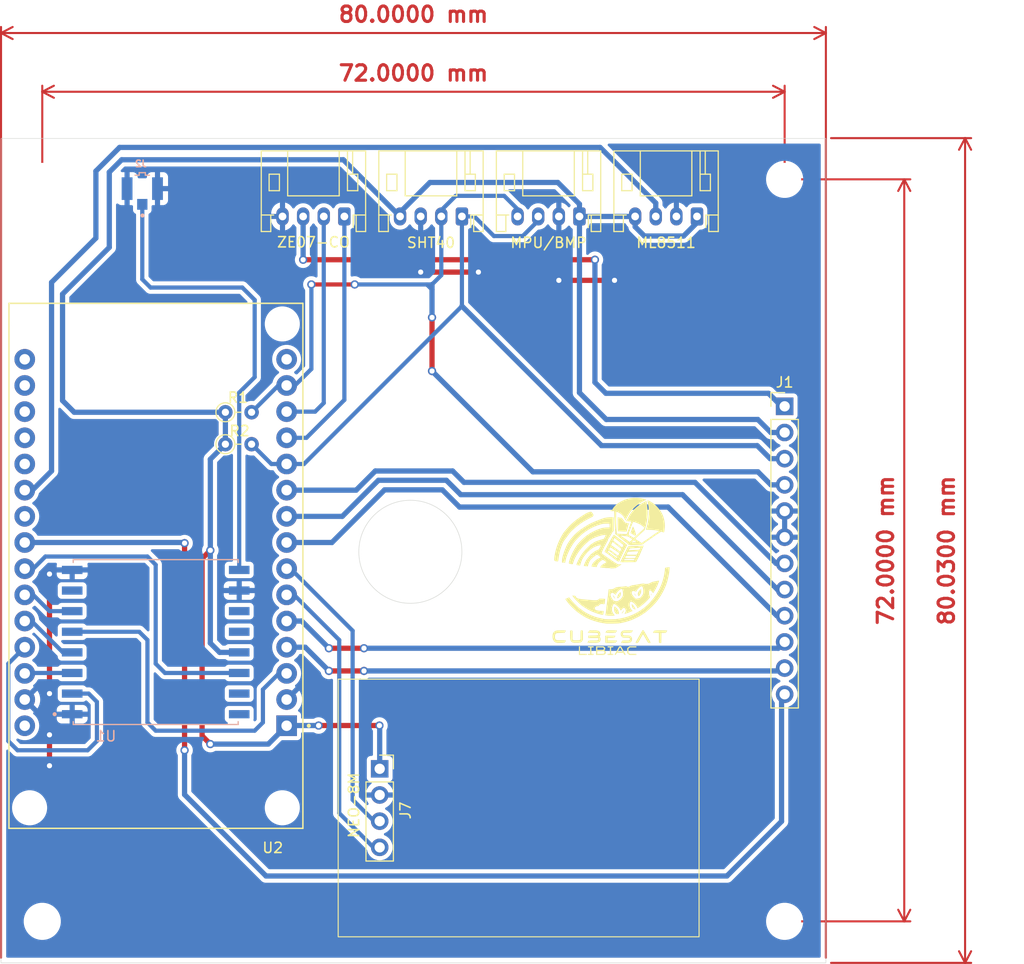
<source format=kicad_pcb>
(kicad_pcb (version 20240108) (generator "pcbnew") (generator_version "8.0")
  (layers (0 "F.Cu" signal) (31 "B.Cu" signal) (34 "B.Paste" user) (35 "F.Paste" user) (36 "B.SilkS" user "B.Silkscreen") (37 "F.SilkS" user "F.Silkscreen") (38 "B.Mask" user) (39 "F.Mask" user) (44 "Edge.Cuts" user))
  (net 0 "")
  (net 1 "RESET")
  (net 2 "SCL")
  (net 3 "SDA")
  (net 4 "RX_GPS")
  (net 5 "TX_GPS")
  (net 6 "MOSI")
  (net 7 "MISO")
  (net 10 "SS")
  (net 11 "Net-(U1-ANT)")
  (net 13 "GND")
  (net 14 "DIO0")
  (net 17 "SCK")
  (net 18 "Motor 5")
  (net 19 "Motor 4")
  (net 20 "5V")
  (net 21 "Motor 1")
  (net 22 "Motor 3")
  (net 23 "3.3V")
  (net 24 "Motor 6")
  (net 25 "Motor 2")
  (net 26 "TX_CO")
  (net 27 "RX_CO")
  (net 28 "UV_OUT")
  (footprint "Connector_PinSocket_2.54mm:PinSocket_1x04_P2.54mm_Vertical" (layer "F.Cu") (at 63.02403 101.218227)
    (property "Reference" "J7" (at 2.5 4.04 90) (layer "F.SilkS"))
    (property "Value" "NEO-8M" (at -2.5 3.54 90) (layer "F.SilkS"))
    (pad "1" thru_hole rect (at 0 0) (size 1.7 1.7) (drill 1) (layers "*.Cu" "*.Mask") (net 23 "3.3V"))
    (pad "2" thru_hole oval (at 0 2.54) (size 1.7 1.7) (drill 1) (layers "*.Cu" "*.Mask") (net 13 "GND"))
    (pad "3" thru_hole oval (at 0 5.08) (size 1.7 1.7) (drill 1) (layers "*.Cu" "*.Mask") (net 4 "RX_GPS"))
    (pad "4" thru_hole oval (at 0 7.62) (size 1.7 1.7) (drill 1) (layers "*.Cu" "*.Mask") (net 5 "TX_GPS"))
  )
  (footprint "MountingHole:MountingHole_3.2mm_M3_ISO14580" (layer "F.Cu") (at 102.29903 116.018227)
    (property "Reference" "H3" (hide yes))
    (property "Value" "M3" (hide yes))
    (pad "" np_thru_hole circle (at 0 0) (size 3.2 3.2) (drill 3.2) (layers "*.Cu" "*.Mask"))
  )
  (footprint "Resistor_THT:R_Axial_DIN0204_L3.6mm_D1.6mm_P2.54mm_Vertical" (layer "F.Cu") (at 48.05903 66.618227)
    (property "Reference" "R1" (at 1.22 -1.42767 0) (layer "F.SilkS"))
    (property "Value" "R" (hide yes))
    (pad "1" thru_hole circle (at 0 0) (size 1.4 1.4) (drill 0.7) (layers "*.Cu" "*.Mask") (net 23 "3.3V"))
    (pad "2" thru_hole oval (at 2.54 0) (size 1.4 1.4) (drill 0.7) (layers "*.Cu" "*.Mask") (net 2 "SCL"))
  )
  (footprint "MountingHole:MountingHole_3.2mm_M3_ISO14580" (layer "F.Cu") (at 30.29903 44.018227)
    (property "Reference" "H1" (hide yes))
    (property "Value" "M1" (hide yes))
    (pad "" np_thru_hole circle (at 0 0) (size 3.2 3.2) (drill 3.2) (layers "*.Cu" "*.Mask"))
  )
  (footprint "Connector_JST:JST_PH_S4B-PH-K_1x04_P2.00mm_Horizontal" (layer "F.Cu") (at 82.39903 47.618227 180)
    (property "Reference" "J8")
    (property "Value" "MPU/BMP" (at 3 -2.55 0) (layer "F.SilkS"))
    (pad "1" thru_hole roundrect (at 0 0 180) (size 1.2 1.75) (drill 0.75) (layers "*.Cu" "*.Mask") (roundrect_rratio 0.208333) (net 23 "3.3V"))
    (pad "2" thru_hole oval (at 2 0 180) (size 1.2 1.75) (drill 0.75) (layers "*.Cu" "*.Mask") (net 13 "GND"))
    (pad "3" thru_hole oval (at 4 0 180) (size 1.2 1.75) (drill 0.75) (layers "*.Cu" "*.Mask") (net 3 "SDA"))
    (pad "4" thru_hole oval (at 6 0 180) (size 1.2 1.75) (drill 0.75) (layers "*.Cu" "*.Mask") (net 2 "SCL"))
  )
  (footprint "Connector_PinHeader_2.54mm:PinHeader_1x12_P2.54mm_Vertical" (layer "F.Cu") (at 102.29903 66.043227)
    (property "Reference" "J1" (at 0 -2.33 0) (layer "F.SilkS"))
    (property "Value" "MBoard")
    (pad "1" thru_hole rect (at 0 0) (size 1.7 1.7) (drill 1) (layers "*.Cu" "*.Mask") (net 20 "5V"))
    (pad "2" thru_hole oval (at 0 2.54) (size 1.7 1.7) (drill 1) (layers "*.Cu" "*.Mask") (net 23 "3.3V"))
    (pad "3" thru_hole oval (at 0 5.08) (size 1.7 1.7) (drill 1) (layers "*.Cu" "*.Mask") (net 3 "SDA"))
    (pad "4" thru_hole oval (at 0 7.62) (size 1.7 1.7) (drill 1) (layers "*.Cu" "*.Mask") (net 2 "SCL"))
    (pad "5" thru_hole oval (at 0 10.16) (size 1.7 1.7) (drill 1) (layers "*.Cu" "*.Mask") (net 13 "GND"))
    (pad "6" thru_hole oval (at 0 12.7) (size 1.7 1.7) (drill 1) (layers "*.Cu" "*.Mask") (net 13 "GND"))
    (pad "7" thru_hole oval (at 0 15.24) (size 1.7 1.7) (drill 1) (layers "*.Cu" "*.Mask") (net 21 "Motor 1"))
    (pad "8" thru_hole oval (at 0 17.78) (size 1.7 1.7) (drill 1) (layers "*.Cu" "*.Mask") (net 25 "Motor 2"))
    (pad "9" thru_hole oval (at 0 20.32) (size 1.7 1.7) (drill 1) (layers "*.Cu" "*.Mask") (net 22 "Motor 3"))
    (pad "10" thru_hole oval (at 0 22.86) (size 1.7 1.7) (drill 1) (layers "*.Cu" "*.Mask") (net 19 "Motor 4"))
    (pad "11" thru_hole oval (at 0 25.4) (size 1.7 1.7) (drill 1) (layers "*.Cu" "*.Mask") (net 18 "Motor 5"))
    (pad "12" thru_hole oval (at 0 27.94) (size 1.7 1.7) (drill 1) (layers "*.Cu" "*.Mask") (net 24 "Motor 6"))
  )
  (footprint "Connector_JST:JST_PH_S4B-PH-K_1x04_P2.00mm_Horizontal" (layer "F.Cu") (at 93.79903 47.618227 180)
    (property "Reference" "J6")
    (property "Value" "ML8511" (at 3 -2.55 0) (layer "F.SilkS"))
    (pad "1" thru_hole roundrect (at 0 0 180) (size 1.2 1.75) (drill 0.75) (layers "*.Cu" "*.Mask") (roundrect_rratio 0.208333) (net 23 "3.3V"))
    (pad "2" thru_hole oval (at 2 0 180) (size 1.2 1.75) (drill 0.75) (layers "*.Cu" "*.Mask") (net 13 "GND"))
    (pad "3" thru_hole oval (at 4 0 180) (size 1.2 1.75) (drill 0.75) (layers "*.Cu" "*.Mask") (net 28 "UV_OUT"))
    (pad "4" thru_hole oval (at 6 0 180) (size 1.2 1.75) (drill 0.75) (layers "*.Cu" "*.Mask") (net 23 "3.3V"))
  )
  (footprint "Connector_JST:JST_PH_S4B-PH-K_1x04_P2.00mm_Horizontal" (layer "F.Cu") (at 59.59903 47.618227 180)
    (property "Reference" "J4")
    (property "Value" "ZE07-CO" (at 3 -2.5 0) (layer "F.SilkS"))
    (pad "1" thru_hole roundrect (at 0 0 180) (size 1.2 1.75) (drill 0.75) (layers "*.Cu" "*.Mask") (roundrect_rratio 0.208333) (net 26 "TX_CO"))
    (pad "2" thru_hole oval (at 2 0 180) (size 1.2 1.75) (drill 0.75) (layers "*.Cu" "*.Mask") (net 27 "RX_CO"))
    (pad "3" thru_hole oval (at 4 0 180) (size 1.2 1.75) (drill 0.75) (layers "*.Cu" "*.Mask") (net 20 "5V"))
    (pad "4" thru_hole oval (at 6 0 180) (size 1.2 1.75) (drill 0.75) (layers "*.Cu" "*.Mask") (net 13 "GND"))
  )
  (footprint "Resistor_THT:R_Axial_DIN0204_L3.6mm_D1.6mm_P2.54mm_Vertical" (layer "F.Cu") (at 48.05903 69.718227)
    (property "Reference" "R2" (at 1.3705 -1.2863 0) (layer "F.SilkS"))
    (property "Value" "R" (hide yes))
    (pad "1" thru_hole circle (at 0 0) (size 1.4 1.4) (drill 0.7) (layers "*.Cu" "*.Mask") (net 23 "3.3V"))
    (pad "2" thru_hole oval (at 2.54 0) (size 1.4 1.4) (drill 0.7) (layers "*.Cu" "*.Mask") (net 3 "SDA"))
  )
  (footprint "Libiac:Libiac" (layer "F.Cu") (at 85.39903 82.918227)
    (property "Reference" "G***" (hide yes))
    (property "Value" "LOGO" (hide yes))
  )
  (footprint "MountingHole:MountingHole_3.2mm_M3_ISO14580" (layer "F.Cu") (at 30.29903 116.018227)
    (property "Reference" "H4" (hide yes))
    (property "Value" "M4" (hide yes))
    (pad "" np_thru_hole circle (at 0 0) (size 3.2 3.2) (drill 3.2) (layers "*.Cu" "*.Mask"))
  )
  (footprint "MountingHole:MountingHole_3.2mm_M3_ISO14580" (layer "F.Cu") (at 102.29903 44.018227)
    (property "Reference" "H2" (hide yes))
    (property "Value" "M2" (hide yes))
    (pad "" np_thru_hole circle (at 0 0) (size 3.2 3.2) (drill 3.2) (layers "*.Cu" "*.Mask"))
  )
  (footprint "Connector_JST:JST_PH_S4B-PH-K_1x04_P2.00mm_Horizontal" (layer "F.Cu") (at 70.99903 47.618227 180)
    (property "Reference" "J5")
    (property "Value" "SHT40" (at 3 -2.55 0) (layer "F.SilkS"))
    (pad "1" thru_hole roundrect (at 0 0 180) (size 1.2 1.75) (drill 0.75) (layers "*.Cu" "*.Mask") (roundrect_rratio 0.208333) (net 3 "SDA"))
    (pad "2" thru_hole oval (at 2 0 180) (size 1.2 1.75) (drill 0.75) (layers "*.Cu" "*.Mask") (net 2 "SCL"))
    (pad "3" thru_hole oval (at 4 0 180) (size 1.2 1.75) (drill 0.75) (layers "*.Cu" "*.Mask") (net 13 "GND"))
    (pad "4" thru_hole oval (at 6 0 180) (size 1.2 1.75) (drill 0.75) (layers "*.Cu" "*.Mask") (net 23 "3.3V"))
  )
  (footprint "Libiac_lib:MODULE_ESP32_DEVKIT_V1" (layer "F.Cu") (at 41.29903 81.523227 180)
    (property "Reference" "U2" (at -11.355 -27.36 0) (layer "F.SilkS"))
    (property "Value" "ESP32-DEVKIT-V1")
    (pad "" np_thru_hole circle (at -12.28 -23.475 180) (size 3 3) (drill 3) (layers "*.Cu" "*.Mask"))
    (pad "" np_thru_hole circle (at -12.28 23.475 180) (size 3 3) (drill 3) (layers "*.Cu" "*.Mask"))
    (pad "" np_thru_hole circle (at 12.23 -23.475 180) (size 3 3) (drill 3) (layers "*.Cu" "*.Mask"))
    (pad "" np_thru_hole circle (at 12.23 23.475 180) (size 3 3) (drill 3) (layers "*.Cu" "*.Mask"))
    (pad "1" thru_hole rect (at -12.7 -15.515 180) (size 2 2) (drill 1.02) (layers "*.Cu" "*.Mask") (net 23 "3.3V"))
    (pad "2" thru_hole circle (at -12.7 -12.975 180) (size 2 2) (drill 1.02) (layers "*.Cu" "*.Mask") (net 13 "GND"))
    (pad "3" thru_hole circle (at -12.7 -10.435 180) (size 2 2) (drill 1.02) (layers "*.Cu" "*.Mask") (net 10 "SS"))
    (pad "4" thru_hole circle (at -12.7 -7.895 180) (size 2 2) (drill 1.02) (layers "*.Cu" "*.Mask") (net 18 "Motor 5"))
    (pad "5" thru_hole circle (at -12.7 -5.355 180) (size 2 2) (drill 1.02) (layers "*.Cu" "*.Mask") (net 19 "Motor 4"))
    (pad "6" thru_hole circle (at -12.7 -2.815 180) (size 2 2) (drill 1.02) (layers "*.Cu" "*.Mask") (net 5 "TX_GPS"))
    (pad "7" thru_hole circle (at -12.7 -0.275 180) (size 2 2) (drill 1.02) (layers "*.Cu" "*.Mask") (net 4 "RX_GPS"))
    (pad "8" thru_hole circle (at -12.7 2.265 180) (size 2 2) (drill 1.02) (layers "*.Cu" "*.Mask") (net 22 "Motor 3"))
    (pad "9" thru_hole circle (at -12.7 4.805 180) (size 2 2) (drill 1.02) (layers "*.Cu" "*.Mask") (net 25 "Motor 2"))
    (pad "10" thru_hole circle (at -12.7 7.345 180) (size 2 2) (drill 1.02) (layers "*.Cu" "*.Mask") (net 21 "Motor 1"))
    (pad "11" thru_hole circle (at -12.7 9.885 180) (size 2 2) (drill 1.02) (layers "*.Cu" "*.Mask") (net 3 "SDA"))
    (pad "12" thru_hole circle (at -12.7 12.425 180) (size 2 2) (drill 1.02) (layers "*.Cu" "*.Mask") (net 26 "TX_CO"))
    (pad "13" thru_hole circle (at -12.7 14.965 180) (size 2 2) (drill 1.02) (layers "*.Cu" "*.Mask") (net 27 "RX_CO"))
    (pad "14" thru_hole circle (at -12.7 17.505 180) (size 2 2) (drill 1.02) (layers "*.Cu" "*.Mask") (net 2 "SCL"))
    (pad "15" thru_hole circle (at -12.7 20.045 180) (size 2 2) (drill 1.02) (layers "*.Cu" "*.Mask"))
    (pad "16" thru_hole circle (at 12.7 20.045 180) (size 2 2) (drill 1.02) (layers "*.Cu" "*.Mask"))
    (pad "17" thru_hole circle (at 12.7 17.505 180) (size 2 2) (drill 1.02) (layers "*.Cu" "*.Mask"))
    (pad "18" thru_hole circle (at 12.7 14.965 180) (size 2 2) (drill 1.02) (layers "*.Cu" "*.Mask"))
    (pad "19" thru_hole circle (at 12.7 12.425 180) (size 2 2) (drill 1.02) (layers "*.Cu" "*.Mask"))
    (pad "20" thru_hole circle (at 12.7 9.885 180) (size 2 2) (drill 1.02) (layers "*.Cu" "*.Mask"))
    (pad "21" thru_hole circle (at 12.7 7.345 180) (size 2 2) (drill 1.02) (layers "*.Cu" "*.Mask") (net 28 "UV_OUT"))
    (pad "22" thru_hole circle (at 12.7 4.805 180) (size 2 2) (drill 1.02) (layers "*.Cu" "*.Mask"))
    (pad "23" thru_hole circle (at 12.7 2.265 180) (size 2 2) (drill 1.02) (layers "*.Cu" "*.Mask") (net 24 "Motor 6"))
    (pad "24" thru_hole circle (at 12.7 -0.275 180) (size 2 2) (drill 1.02) (layers "*.Cu" "*.Mask") (net 14 "DIO0"))
    (pad "25" thru_hole circle (at 12.7 -2.815 180) (size 2 2) (drill 1.02) (layers "*.Cu" "*.Mask") (net 1 "RESET"))
    (pad "26" thru_hole circle (at 12.7 -5.355 180) (size 2 2) (drill 1.02) (layers "*.Cu" "*.Mask") (net 17 "SCK"))
    (pad "27" thru_hole circle (at 12.7 -7.895 180) (size 2 2) (drill 1.02) (layers "*.Cu" "*.Mask") (net 7 "MISO"))
    (pad "28" thru_hole circle (at 12.7 -10.435 180) (size 2 2) (drill 1.02) (layers "*.Cu" "*.Mask") (net 6 "MOSI"))
    (pad "29" thru_hole circle (at 12.7 -12.975 180) (size 2 2) (drill 1.02) (layers "*.Cu" "*.Mask") (net 13 "GND"))
    (pad "30" thru_hole circle (at 12.7 -15.515 180) (size 2 2) (drill 1.02) (layers "*.Cu" "*.Mask"))
    (zone (net 0) (net_name "") (layer "B.Cu") (connect_pads (clearance 0)) (min_thickness 0.01)
      (keepout (tracks not_allowed) (vias not_allowed) (pads not_allowed) (copperpour not_allowed) (footprints allowed))
      (fill (thermal_gap 0.508) (thermal_bridge_width 0.508))
      (polygon (pts (xy 50.20903 62.538227) (xy 32.51903 62.538227) (xy 32.51903 56.048227) (xy 50.20903 56.048227)))
    )
  )
  (footprint "Libiac_lib:MODULE_RFM96W-433S2" (layer "B.Cu") (at 41.29903 88.918227)
    (property "Reference" "U1" (at -4.825 9.135 0) (layer "B.SilkS") (effects (justify mirror)))
    (property "Value" "RFM96W-433S2")
    (pad "1" smd rect (at -8.1 7) (size 2 0.8) (layers "B.Cu" "B.Paste" "B.Mask") (net 13 "GND"))
    (pad "2" smd rect (at -8.1 5) (size 2 0.8) (layers "B.Cu" "B.Paste" "B.Mask") (net 7 "MISO"))
    (pad "3" smd rect (at -8.1 3) (size 2 0.8) (layers "B.Cu" "B.Paste" "B.Mask") (net 6 "MOSI"))
    (pad "4" smd rect (at -8.1 1) (size 2 0.8) (layers "B.Cu" "B.Paste" "B.Mask") (net 17 "SCK"))
    (pad "5" smd rect (at -8.1 -1) (size 2 0.8) (layers "B.Cu" "B.Paste" "B.Mask") (net 10 "SS"))
    (pad "6" smd rect (at -8.1 -3) (size 2 0.8) (layers "B.Cu" "B.Paste" "B.Mask") (net 1 "RESET"))
    (pad "7" smd rect (at -8.1 -5) (size 2 0.8) (layers "B.Cu" "B.Paste" "B.Mask"))
    (pad "8" smd rect (at -8.1 -7) (size 2 0.8) (layers "B.Cu" "B.Paste" "B.Mask") (net 13 "GND"))
    (pad "9" smd rect (at 8.1 -7) (size 2 0.8) (layers "B.Cu" "B.Paste" "B.Mask") (net 11 "Net-(U1-ANT)"))
    (pad "10" smd rect (at 8.1 -5) (size 2 0.8) (layers "B.Cu" "B.Paste" "B.Mask") (net 13 "GND"))
    (pad "11" smd rect (at 8.1 -3) (size 2 0.8) (layers "B.Cu" "B.Paste" "B.Mask"))
    (pad "12" smd rect (at 8.1 -1) (size 2 0.8) (layers "B.Cu" "B.Paste" "B.Mask"))
    (pad "13" smd rect (at 8.1 1) (size 2 0.8) (layers "B.Cu" "B.Paste" "B.Mask") (net 23 "3.3V"))
    (pad "14" smd rect (at 8.1 3) (size 2 0.8) (layers "B.Cu" "B.Paste" "B.Mask") (net 14 "DIO0"))
    (pad "15" smd rect (at 8.1 5) (size 2 0.8) (layers "B.Cu" "B.Paste" "B.Mask"))
    (pad "16" smd rect (at 8.1 7) (size 2 0.8) (layers "B.Cu" "B.Paste" "B.Mask"))
  )
  (footprint "Libiac_lib:IPEX_20279-001E-03" (layer "B.Cu") (at 39.99903 44.918227 180)
    (property "Reference" "J2" (at 0.134 2.4168 0) (layer "B.SilkS") (effects (font (size 0.64063 0.64063)) (justify mirror)))
    (property "Value" "Antena IPEX")
    (pad "1" smd rect (at 0 -1.525 180) (size 1 1.05) (layers "B.Cu" "B.Paste" "B.Mask") (net 11 "Net-(U1-ANT)"))
    (pad "2" smd rect (at 1.475 0 180) (size 1.05 2.2) (layers "B.Cu" "B.Paste" "B.Mask") (net 13 "GND"))
    (pad "3" smd rect (at -1.475 0 180) (size 1.05 2.2) (layers "B.Cu" "B.Paste" "B.Mask") (net 13 "GND"))
    (zone (net 0) (net_name "") (layer "B.Cu") (connect_pads (clearance 0)) (min_thickness 0.01)
      (keepout (tracks not_allowed) (vias not_allowed) (pads not_allowed) (copperpour not_allowed) (footprints allowed))
      (fill (thermal_gap 0.508) (thermal_bridge_width 0.508))
      (polygon (pts (xy 41.04903 43.918227) (xy 38.94903 43.918227) (xy 38.94903 45.818227) (xy 41.04903 45.818227)))
    )
  )
  (gr_rect (start 58.999132 92.518346) (end 93.999132 117.518346) (stroke (width 0.1)) (fill none) (layer "F.SilkS"))
  (gr_rect (start 26.29903 40.048227) (end 106.29903 120.048227) (stroke (width 0.05)) (fill none) (layer "Edge.Cuts"))
  (gr_circle (center 65.99903 80.158227) (end 70.99903 80.158227) (stroke (width 0.05)) (fill none) (layer "Edge.Cuts"))
  (dimension (type aligned) (layer "F.Cu") (pts (xy 106.29903 40.018227) (xy 106.29903 120.048227)) (height -13.500102) (gr_text "80.0300 mm" (at 117.999132 80.033227 90) (layer "F.Cu") (effects (font (size 1.5 1.5) (thickness 0.3)))) (format (prefix "") (suffix "") (units 3) (units_format 1) (precision 4)) (style (thickness 0.2) (arrow_length 1.27) (text_position_mode 0) (extension_height 0.58642) (extension_offset 0.5) keep_text_aligned))
  (dimension (type aligned) (layer "F.Cu") (pts (xy 106.29903 120.048227) (xy 26.29903 120.048227)) (height 90.229881) (gr_text "80.0000 mm" (at 66.29903 28.018346 0) (layer "F.Cu") (effects (font (size 1.5 1.5) (thickness 0.3)))) (format (prefix "") (suffix "") (units 3) (units_format 1) (precision 4)) (style (thickness 0.2) (arrow_length 1.27) (text_position_mode 0) (extension_height 0.58642) (extension_offset 0.5) keep_text_aligned))
  (dimension (type aligned) (layer "F.Cu") (pts (xy 102.29903 44.018227) (xy 102.29903 116.018227)) (height -11.600102) (gr_text "72.0000 mm" (at 112.099132 80.018227 90) (layer "F.Cu") (effects (font (size 1.5 1.5) (thickness 0.3)))) (format (prefix "") (suffix "") (units 3) (units_format 1) (precision 4)) (style (thickness 0.2) (arrow_length 1.27) (text_position_mode 0) (extension_height 0.58642) (extension_offset 0.5) keep_text_aligned))
  (dimension (type aligned) (layer "F.Cu") (pts (xy 30.29903 44.018227) (xy 102.29903 44.018227)) (height -8.499881) (gr_text "72.0000 mm" (at 66.29903 33.718346 0) (layer "F.Cu") (effects (font (size 1.5 1.5) (thickness 0.3)))) (format (prefix "") (suffix "") (units 3) (units_format 1) (precision 4)) (style (thickness 0.2) (arrow_length 1.27) (text_position_mode 0) (extension_height 0.58642) (extension_offset 0.5) keep_text_aligned))
  (segment (start 30.99903 85.918227) (end 33.19903 85.918227) (width 0.406) (layer "B.Cu") (net 1))
  (segment (start 29.41903 84.338227) (end 30.99903 85.918227) (width 0.406) (layer "B.Cu") (net 1))
  (segment (start 28.59903 84.338227) (end 29.41903 84.338227) (width 0.406) (layer "B.Cu") (net 1))
  (segment (start 56.39903 54.218227) (end 60.59903 54.218227) (width 0.406) (layer "F.Cu") (net 2))
  (segment (start 68.09903 62.618227) (end 68.09903 57.418227) (width 0.508) (layer "F.Cu") (net 2))
  (via (at 68.09903 62.618227) (size 0.8) (drill 0.5) (layers "F.Cu" "B.Cu") (net 2))
  (via (at 60.59903 54.218227) (size 0.8) (drill 0.5) (layers "F.Cu" "B.Cu") (net 2))
  (via (at 56.39903 54.218227) (size 0.8) (drill 0.5) (layers "F.Cu" "B.Cu") (net 2))
  (via (at 68.09903 57.418227) (size 0.8) (drill 0.5) (layers "F.Cu" "B.Cu") (net 2))
  (segment (start 68.99903 47.618227) (end 68.99903 47.018227) (width 0.406) (layer "B.Cu") (net 2))
  (segment (start 56.39903 62.418227) (end 56.39903 54.218227) (width 0.406) (layer "B.Cu") (net 2))
  (segment (start 102.29903 73.663227) (end 100.97153 73.663227) (width 0.508) (layer "B.Cu") (net 2))
  (segment (start 68.09903 54.718227) (end 68.09903 54.218227) (width 0.508) (layer "B.Cu") (net 2))
  (segment (start 99.70653 72.398227) (end 77.87903 72.398227) (width 0.508) (layer "B.Cu") (net 2))
  (segment (start 68.99903 47.018227) (end 70.39903 45.618227) (width 0.406) (layer "B.Cu") (net 2))
  (segment (start 53.79903 63.818227) (end 53.69903 63.818227) (width 0.406) (layer "B.Cu") (net 2))
  (segment (start 68.09903 54.218227) (end 68.99903 53.318227) (width 0.406) (layer "B.Cu") (net 2))
  (segment (start 70.39903 45.618227) (end 75.09903 45.618227) (width 0.406) (layer "B.Cu") (net 2))
  (segment (start 54.79903 64.018227) (end 56.39903 62.418227) (width 0.406) (layer "B.Cu") (net 2))
  (segment (start 77.87903 72.398227) (end 68.09903 62.618227) (width 0.508) (layer "B.Cu") (net 2))
  (segment (start 76.39903 46.918227) (end 76.39903 47.618227) (width 0.406) (layer "B.Cu") (net 2))
  (segment (start 53.99903 64.018227) (end 53.79903 63.818227) (width 0.406) (layer "B.Cu") (net 2))
  (segment (start 67.59903 54.218227) (end 68.09903 54.718227) (width 0.406) (layer "B.Cu") (net 2))
  (segment (start 60.59903 54.218227) (end 67.59903 54.218227) (width 0.406) (layer "B.Cu") (net 2))
  (segment (start 67.59903 54.218227) (end 68.09903 54.218227) (width 0.406) (layer "B.Cu") (net 2))
  (segment (start 53.99903 64.018227) (end 54.79903 64.018227) (width 0.406) (layer "B.Cu") (net 2))
  (segment (start 68.99903 53.318227) (end 68.99903 47.618227) (width 0.406) (layer "B.Cu") (net 2))
  (segment (start 53.19903 64.018227) (end 50.59903 66.618227) (width 0.406) (layer "B.Cu") (net 2))
  (segment (start 68.09903 57.418227) (end 68.09903 54.718227) (width 0.508) (layer "B.Cu") (net 2))
  (segment (start 75.09903 45.618227) (end 76.39903 46.918227) (width 0.406) (layer "B.Cu") (net 2))
  (segment (start 53.99903 64.018227) (end 53.19903 64.018227) (width 0.406) (layer "B.Cu") (net 2))
  (segment (start 100.97153 73.663227) (end 99.70653 72.398227) (width 0.508) (layer "B.Cu") (net 2))
  (segment (start 74.09903 49.518227) (end 76.89903 49.518227) (width 0.406) (layer "B.Cu") (net 3))
  (segment (start 99.63903 69.858227) (end 84.53903 69.858227) (width 0.508) (layer "B.Cu") (net 3))
  (segment (start 78.39903 48.018227) (end 78.39903 47.618227) (width 0.406) (layer "B.Cu") (net 3))
  (segment (start 100.90403 71.123227) (end 99.63903 69.858227) (width 0.508) (layer "B.Cu") (net 3))
  (segment (start 72.19903 47.618227) (end 74.09903 49.518227) (width 0.406) (layer "B.Cu") (net 3))
  (segment (start 84.53903 69.858227) (end 70.99903 56.318227) (width 0.508) (layer "B.Cu") (net 3))
  (segment (start 70.99903 56.318227) (end 70.99903 47.618227) (width 0.406) (layer "B.Cu") (net 3))
  (segment (start 53.99903 71.638227) (end 52.51903 71.638227) (width 0.406) (layer "B.Cu") (net 3))
  (segment (start 70.99903 47.618227) (end 72.19903 47.618227) (width 0.406) (layer "B.Cu") (net 3))
  (segment (start 53.99903 71.638227) (end 55.67903 71.638227) (width 0.406) (layer "B.Cu") (net 3))
  (segment (start 55.67903 71.638227) (end 70.99903 56.318227) (width 0.406) (layer "B.Cu") (net 3))
  (segment (start 52.51903 71.638227) (end 50.59903 69.718227) (width 0.406) (layer "B.Cu") (net 3))
  (segment (start 76.89903 49.518227) (end 78.39903 48.018227) (width 0.406) (layer "B.Cu") (net 3))
  (segment (start 53.98903 71.648227) (end 53.99903 71.638227) (width 0.406) (layer "B.Cu") (net 3))
  (segment (start 102.29903 71.123227) (end 100.90403 71.123227) (width 0.508) (layer "B.Cu") (net 3))
  (segment (start 62.47903 106.298227) (end 60.39903 104.218227) (width 0.406) (layer "B.Cu") (net 4))
  (segment (start 63.02403 106.298227) (end 62.47903 106.298227) (width 0.406) (layer "B.Cu") (net 4))
  (segment (start 60.39903 87.818227) (end 54.37903 81.798227) (width 0.406) (layer "B.Cu") (net 4))
  (segment (start 54.37903 81.798227) (end 53.99903 81.798227) (width 0.406) (layer "B.Cu") (net 4))
  (segment (start 60.39903 104.218227) (end 60.39903 87.818227) (width 0.406) (layer "B.Cu") (net 4))
  (segment (start 59.09903 88.718227) (end 54.71903 84.338227) (width 0.406) (layer "B.Cu") (net 5))
  (segment (start 59.09903 105.518227) (end 59.09903 88.718227) (width 0.406) (layer "B.Cu") (net 5))
  (segment (start 63.02403 108.838227) (end 62.41903 108.838227) (width 0.406) (layer "B.Cu") (net 5))
  (segment (start 62.41903 108.838227) (end 59.09903 105.518227) (width 0.406) (layer "B.Cu") (net 5))
  (segment (start 54.71903 84.338227) (end 53.99903 84.338227) (width 0.406) (layer "B.Cu") (net 5))
  (segment (start 33.19903 91.918227) (end 28.63903 91.918227) (width 0.406) (layer "B.Cu") (net 6))
  (segment (start 28.63903 91.918227) (end 28.59903 91.958227) (width 0.406) (layer "B.Cu") (net 6))
  (segment (start 34.79903 93.918227) (end 33.19903 93.918227) (width 0.406) (layer "B.Cu") (net 7))
  (segment (start 27.00203 91.015227) (end 27.00203 98.521227) (width 0.406) (layer "B.Cu") (net 7))
  (segment (start 27.89903 99.418227) (end 34.69903 99.418227) (width 0.406) (layer "B.Cu") (net 7))
  (segment (start 27.00203 98.521227) (end 27.89903 99.418227) (width 0.406) (layer "B.Cu") (net 7))
  (segment (start 35.59903 94.718227) (end 34.79903 93.918227) (width 0.406) (layer "B.Cu") (net 7))
  (segment (start 34.69903 99.418227) (end 35.59903 98.518227) (width 0.406) (layer "B.Cu") (net 7))
  (segment (start 28.59903 89.418227) (end 27.00203 91.015227) (width 0.406) (layer "B.Cu") (net 7))
  (segment (start 35.59903 98.518227) (end 35.59903 94.718227) (width 0.406) (layer "B.Cu") (net 7))
  (segment (start 51.69903 96.718227) (end 50.89903 97.518227) (width 0.406) (layer "B.Cu") (net 10))
  (segment (start 40.49903 88.718227) (end 39.69903 87.918227) (width 0.406) (layer "B.Cu") (net 10))
  (segment (start 41.29903 97.518227) (end 40.49903 96.718227) (width 0.406) (layer "B.Cu") (net 10))
  (segment (start 51.69903 93.518227) (end 51.69903 96.718227) (width 0.406) (layer "B.Cu") (net 10))
  (segment (start 50.89903 97.518227) (end 41.29903 97.518227) (width 0.406) (layer "B.Cu") (net 10))
  (segment (start 39.69903 87.918227) (end 33.19903 87.918227) (width 0.406) (layer "B.Cu") (net 10))
  (segment (start 40.49903 96.718227) (end 40.49903 88.718227) (width 0.406) (layer "B.Cu") (net 10))
  (segment (start 53.25903 91.958227) (end 51.69903 93.518227) (width 0.406) (layer "B.Cu") (net 10))
  (segment (start 53.99903 91.958227) (end 53.25903 91.958227) (width 0.406) (layer "B.Cu") (net 10))
  (segment (start 50.89903 63.211213) (end 50.89903 55.718227) (width 0.406) (layer "B.Cu") (net 11))
  (segment (start 50.89903 55.718227) (end 49.69903 54.518227) (width 0.406) (layer "B.Cu") (net 11))
  (segment (start 49.39903 64.711213) (end 50.89903 63.211213) (width 0.406) (layer "B.Cu") (net 11))
  (segment (start 40.79903 54.518227) (end 39.99903 53.718227) (width 0.406) (layer "B.Cu") (net 11))
  (segment (start 39.99903 53.718227) (end 39.99903 46.443227) (width 0.406) (layer "B.Cu") (net 11))
  (segment (start 49.69903 54.518227) (end 40.79903 54.518227) (width 0.406) (layer "B.Cu") (net 11))
  (segment (start 49.39903 81.918227) (end 49.39903 64.711213) (width 0.406) (layer "B.Cu") (net 11))
  (segment (start 30.99903 97.918227) (end 30.99903 100.918227) (width 0.508) (layer "F.Cu") (net 13))
  (segment (start 66.99903 53.018227) (end 72.59903 53.018227) (width 0.508) (layer "F.Cu") (net 13))
  (segment (start 80.39903 53.818227) (end 85.79903 53.818227) (width 0.508) (layer "F.Cu") (net 13))
  (segment (start 30.99903 82.318227) (end 30.99903 93.918227) (width 0.508) (layer "F.Cu") (net 13))
  (via (at 30.99903 93.918227) (size 0.8) (drill 0.5) (layers "F.Cu" "B.Cu") (net 13))
  (via (at 30.99903 97.918227) (size 0.8) (drill 0.5) (layers "F.Cu" "B.Cu") (net 13))
  (via (at 30.99903 100.918227) (size 0.8) (drill 0.5) (layers "F.Cu" "B.Cu") (net 13))
  (via (at 30.99903 82.318227) (size 0.8) (drill 0.5) (layers "F.Cu" "B.Cu") (net 13))
  (via (at 80.39903 53.818227) (size 0.8) (drill 0.5) (layers "F.Cu" "B.Cu") (net 13))
  (via (at 66.99903 53.018227) (size 0.8) (drill 0.5) (layers "F.Cu" "B.Cu") (net 13))
  (via (at 72.59903 53.018227) (size 0.8) (drill 0.5) (layers "F.Cu" "B.Cu") (net 13))
  (via (at 85.79903 53.818227) (size 0.8) (drill 0.5) (layers "F.Cu" "B.Cu") (net 13))
  (segment (start 29.41903 81.798227) (end 28.59903 81.798227) (width 0.406) (layer "B.Cu") (net 14))
  (segment (start 49.39903 91.918227) (end 42.19903 91.918227) (width 0.406) (layer "B.Cu") (net 14))
  (segment (start 41.29903 91.018227) (end 41.29903 81.418227) (width 0.406) (layer "B.Cu") (net 14))
  (segment (start 30.59903 80.618227) (end 29.41903 81.798227) (width 0.406) (layer "B.Cu") (net 14))
  (segment (start 42.19903 91.918227) (end 41.29903 91.018227) (width 0.406) (layer "B.Cu") (net 14))
  (segment (start 40.49903 80.618227) (end 30.59903 80.618227) (width 0.406) (layer "B.Cu") (net 14))
  (segment (start 41.29903 81.418227) (end 40.49903 80.618227) (width 0.406) (layer "B.Cu") (net 14))
  (segment (start 29.25903 86.878227) (end 32.29903 89.918227) (width 0.406) (layer "B.Cu") (net 17))
  (segment (start 32.29903 89.918227) (end 33.19903 89.918227) (width 0.406) (layer "B.Cu") (net 17))
  (segment (start 28.59903 86.878227) (end 29.25903 86.878227) (width 0.406) (layer "B.Cu") (net 17))
  (segment (start 58.09903 91.718227) (end 61.49903 91.718227) (width 0.508) (layer "F.Cu") (net 18))
  (via (at 58.09903 91.718227) (size 0.8) (drill 0.5) (layers "F.Cu" "B.Cu") (net 18))
  (via (at 61.49903 91.718227) (size 0.8) (drill 0.5) (layers "F.Cu" "B.Cu") (net 18))
  (segment (start 61.49903 91.718227) (end 102.02403 91.718227) (width 0.508) (layer "B.Cu") (net 18))
  (segment (start 102.29903 91.443227) (end 101.99903 91.443227) (width 0.508) (layer "B.Cu") (net 18))
  (segment (start 55.79903 89.418227) (end 58.09903 91.718227) (width 0.508) (layer "B.Cu") (net 18))
  (segment (start 53.99903 89.418227) (end 55.79903 89.418227) (width 0.508) (layer "B.Cu") (net 18))
  (segment (start 102.02403 91.718227) (end 102.29903 91.443227) (width 0.508) (layer "B.Cu") (net 18))
  (segment (start 58.09903 89.518227) (end 61.49903 89.518227) (width 0.508) (layer "F.Cu") (net 19))
  (via (at 61.49903 89.518227) (size 0.8) (drill 0.5) (layers "F.Cu" "B.Cu") (net 19))
  (via (at 58.09903 89.518227) (size 0.8) (drill 0.5) (layers "F.Cu" "B.Cu") (net 19))
  (segment (start 55.45903 86.878227) (end 58.09903 89.518227) (width 0.508) (layer "B.Cu") (net 19))
  (segment (start 101.68403 89.518227) (end 102.29903 88.903227) (width 0.508) (layer "B.Cu") (net 19))
  (segment (start 53.99903 86.878227) (end 55.45903 86.878227) (width 0.508) (layer "B.Cu") (net 19))
  (segment (start 61.49903 89.518227) (end 101.68403 89.518227) (width 0.508) (layer "B.Cu") (net 19))
  (segment (start 55.59903 51.818227) (end 83.89903 51.818227) (width 0.508) (layer "F.Cu") (net 20))
  (via (at 83.89903 51.818227) (size 0.8) (drill 0.5) (layers "F.Cu" "B.Cu") (net 20))
  (via (at 55.59903 51.818227) (size 0.8) (drill 0.5) (layers "F.Cu" "B.Cu") (net 20))
  (segment (start 83.89903 51.818227) (end 83.89903 63.718227) (width 0.508) (layer "B.Cu") (net 20))
  (segment (start 84.95903 64.778227) (end 100.73403 64.778227) (width 0.508) (layer "B.Cu") (net 20))
  (segment (start 100.73403 64.778227) (end 101.99903 66.043227) (width 0.508) (layer "B.Cu") (net 20))
  (segment (start 55.59903 47.618227) (end 55.59903 51.818227) (width 0.508) (layer "B.Cu") (net 20))
  (segment (start 83.89903 63.718227) (end 84.95903 64.778227) (width 0.508) (layer "B.Cu") (net 20))
  (segment (start 71.199013 73.418227) (end 70.099132 72.318346) (width 0.508) (layer "B.Cu") (net 21))
  (segment (start 62.599132 72.318346) (end 60.739251 74.178227) (width 0.508) (layer "B.Cu") (net 21))
  (segment (start 101.99903 81.283227) (end 101.46403 81.283227) (width 0.508) (layer "B.Cu") (net 21))
  (segment (start 70.099132 72.318346) (end 62.599132 72.318346) (width 0.508) (layer "B.Cu") (net 21))
  (segment (start 101.46403 81.283227) (end 93.59903 73.418227) (width 0.508) (layer "B.Cu") (net 21))
  (segment (start 60.739251 74.178227) (end 53.99903 74.178227) (width 0.508) (layer "B.Cu") (net 21))
  (segment (start 93.59903 73.418227) (end 71.199013 73.418227) (width 0.508) (layer "B.Cu") (net 21))
  (segment (start 90.99903 75.818227) (end 70.76903 75.818227) (width 0.508) (layer "B.Cu") (net 22))
  (segment (start 101.99903 86.363227) (end 101.54403 86.363227) (width 0.508) (layer "B.Cu") (net 22))
  (segment (start 69.09903 74.148227) (end 63.49903 74.148227) (width 0.508) (layer "B.Cu") (net 22))
  (segment (start 58.38903 79.258227) (end 53.99903 79.258227) (width 0.508) (layer "B.Cu") (net 22))
  (segment (start 63.49903 74.148227) (end 58.38903 79.258227) (width 0.508) (layer "B.Cu") (net 22))
  (segment (start 101.54403 86.363227) (end 90.99903 75.818227) (width 0.508) (layer "B.Cu") (net 22))
  (segment (start 70.76903 75.818227) (end 69.09903 74.148227) (width 0.508) (layer "B.Cu") (net 22))
  (segment (start 45.79903 80.818227) (end 45.79903 98.018227) (width 0.508) (layer "F.Cu") (net 23))
  (segment (start 45.79903 98.018227) (end 46.59903 98.818227) (width 0.508) (layer "F.Cu") (net 23))
  (segment (start 62.99903 97.018227) (end 57.09903 97.018227) (width 0.508) (layer "F.Cu") (net 23))
  (segment (start 46.59903 80.018227) (end 45.79903 80.818227) (width 0.508) (layer "F.Cu") (net 23))
  (via (at 57.09903 97.018227) (size 0.8) (drill 0.5) (layers "F.Cu" "B.Cu") (net 23))
  (via (at 46.59903 98.818227) (size 0.8) (drill 0.5) (layers "F.Cu" "B.Cu") (net 23))
  (via (at 46.59903 80.018227) (size 0.8) (drill 0.5) (layers "F.Cu" "B.Cu") (net 23))
  (via (at 62.99903 97.018227) (size 0.8) (drill 0.5) (layers "F.Cu" "B.Cu") (net 23))
  (segment (start 48.05903 66.618227) (end 33.39903 66.618227) (width 0.508) (layer "B.Cu") (net 23))
  (segment (start 87.79903 47.618227) (end 82.39903 47.618227) (width 0.508) (layer "B.Cu") (net 23))
  (segment (start 54.01903 97.018227) (end 53.99903 97.038227) (width 0.508) (layer "B.Cu") (net 23))
  (segment (start 46.59903 89.018227) (end 46.59903 71.178227) (width 0.508) (layer "B.Cu") (net 23))
  (segment (start 102.29903 68.583227) (end 100.96403 68.583227) (width 0.508) (layer "B.Cu") (net 23))
  (segment (start 37.99903 42.118227) (end 59.49903 42.118227) (width 0.508) (layer "B.Cu") (net 23))
  (segment (start 48.05903 66.618227) (end 48.05903 69.718227) (width 0.508) (layer "B.Cu") (net 23))
  (segment (start 46.59903 71.178227) (end 48.05903 69.718227) (width 0.508) (layer "B.Cu") (net 23))
  (segment (start 59.49903 42.118227) (end 64.99903 47.618227) (width 0.508) (layer "B.Cu") (net 23))
  (segment (start 32.26503 65.484227) (end 32.26503 55.152227) (width 0.508) (layer "B.Cu") (net 23))
  (segment (start 64.99903 47.218227) (end 67.89903 44.318227) (width 0.508) (layer "B.Cu") (net 23))
  (segment (start 57.09903 97.018227) (end 54.01903 97.018227) (width 0.508) (layer "B.Cu") (net 23))
  (segment (start 93.79903 47.618227) (end 93.79903 48.218227) (width 0.508) (layer "B.Cu") (net 23))
  (segment (start 99.69903 67.318227) (end 84.99903 67.318227) (width 0.508) (layer "B.Cu") (net 23))
  (segment (start 88.69903 49.518227) (end 87.79903 48.618227) (width 0.508) (layer "B.Cu") (net 23))
  (segment (start 92.49903 49.518227) (end 88.69903 49.518227) (width 0.508) (layer "B.Cu") (net 23))
  (segment (start 82.39903 64.718227) (end 82.39903 47.618227) (width 0.508) (layer "B.Cu") (net 23))
  (segment (start 100.96403 68.583227) (end 99.69903 67.318227) (width 0.508) (layer "B.Cu") (net 23))
  (segment (start 64.99903 47.618227) (end 64.99903 47.218227) (width 0.508) (layer "B.Cu") (net 23))
  (segment (start 63.02403 101.218227) (end 63.02403 97.043227) (width 0.508) (layer "B.Cu") (net 23))
  (segment (start 93.79903 48.218227) (end 92.49903 49.518227) (width 0.508) (layer "B.Cu") (net 23))
  (segment (start 33.39903 66.618227) (end 32.26503 65.484227) (width 0.508) (layer "B.Cu") (net 23))
  (segment (start 46.59903 98.818227) (end 52.21903 98.818227) (width 0.508) (layer "B.Cu") (net 23))
  (segment (start 32.26503 55.152227) (end 36.79903 50.618227) (width 0.508) (layer "B.Cu") (net 23))
  (segment (start 47.49903 89.918227) (end 46.59903 89.018227) (width 0.508) (layer "B.Cu") (net 23))
  (segment (start 52.21903 98.818227) (end 53.99903 97.038227) (width 0.508) (layer "B.Cu") (net 23))
  (segment (start 82.39903 46.418227) (end 82.39903 47.618227) (width 0.508) (layer "B.Cu") (net 23))
  (segment (start 63.02403 97.043227) (end 62.99903 97.018227) (width 0.508) (layer "B.Cu") (net 23))
  (segment (start 84.99903 67.318227) (end 82.39903 64.718227) (width 0.508) (layer "B.Cu") (net 23))
  (segment (start 49.39903 89.918227) (end 47.49903 89.918227) (width 0.508) (layer "B.Cu") (net 23))
  (segment (start 36.79903 43.318227) (end 37.99903 42.118227) (width 0.508) (layer "B.Cu") (net 23))
  (segment (start 36.79903 50.618227) (end 36.79903 43.318227) (width 0.508) (layer "B.Cu") (net 23))
  (segment (start 67.89903 44.318227) (end 80.29903 44.318227) (width 0.508) (layer "B.Cu") (net 23))
  (segment (start 80.29903 44.318227) (end 82.39903 46.418227) (width 0.508) (layer "B.Cu") (net 23))
  (segment (start 87.79903 48.618227) (end 87.79903 47.618227) (width 0.508) (layer "B.Cu") (net 23))
  (segment (start 44.09903 79.318227) (end 44.09903 99.418227) (width 0.508) (layer "F.Cu") (net 24))
  (via (at 44.09903 79.318227) (size 0.8) (drill 0.5) (layers "F.Cu" "B.Cu") (net 24))
  (via (at 44.09903 99.418227) (size 0.8) (drill 0.5) (layers "F.Cu" "B.Cu") (net 24))
  (segment (start 101.99903 106.318227) (end 101.99903 94.283227) (width 0.508) (layer "B.Cu") (net 24))
  (segment (start 96.69903 111.618227) (end 101.99903 106.318227) (width 0.508) (layer "B.Cu") (net 24))
  (segment (start 101.99903 94.283227) (end 102.29903 93.983227) (width 0.508) (layer "B.Cu") (net 24))
  (segment (start 51.99903 111.618227) (end 96.69903 111.618227) (width 0.508) (layer "B.Cu") (net 24))
  (segment (start 44.09903 99.418227) (end 44.09903 103.718227) (width 0.508) (layer "B.Cu") (net 24))
  (segment (start 44.03903 79.258227) (end 28.59903 79.258227) (width 0.508) (layer "B.Cu") (net 24))
  (segment (start 44.09903 79.318227) (end 44.03903 79.258227) (width 0.508) (layer "B.Cu") (net 24))
  (segment (start 44.09903 103.718227) (end 51.99903 111.618227) (width 0.508) (layer "B.Cu") (net 24))
  (segment (start 70.889021 74.618227) (end 69.48914 73.218346) (width 0.508) (layer "B.Cu") (net 25))
  (segment (start 92.39903 74.618227) (end 70.889021 74.618227) (width 0.508) (layer "B.Cu") (net 25))
  (segment (start 59.399251 76.718227) (end 53.99903 76.718227) (width 0.508) (layer "B.Cu") (net 25))
  (segment (start 69.48914 73.218346) (end 62.899132 73.218346) (width 0.508) (layer "B.Cu") (net 25))
  (segment (start 62.899132 73.218346) (end 59.399251 76.718227) (width 0.508) (layer "B.Cu") (net 25))
  (segment (start 101.99903 83.823227) (end 101.60403 83.823227) (width 0.508) (layer "B.Cu") (net 25))
  (segment (start 101.60403 83.823227) (end 92.39903 74.618227) (width 0.508) (layer "B.Cu") (net 25))
  (segment (start 55.91903 69.098227) (end 59.59903 65.418227) (width 0.406) (layer "B.Cu") (net 26))
  (segment (start 59.59903 65.418227) (end 59.59903 47.618227) (width 0.406) (layer "B.Cu") (net 26))
  (segment (start 53.99903 69.098227) (end 55.91903 69.098227) (width 0.406) (layer "B.Cu") (net 26))
  (segment (start 56.75903 66.558227) (end 57.59903 65.718227) (width 0.406) (layer "B.Cu") (net 27))
  (segment (start 57.59903 65.718227) (end 57.59903 47.618227) (width 0.406) (layer "B.Cu") (net 27))
  (segment (start 53.99903 66.558227) (end 56.75903 66.558227) (width 0.406) (layer "B.Cu") (net 27))
  (segment (start 89.79903 46.318227) (end 89.79903 47.618227) (width 0.508) (layer "B.Cu") (net 28))
  (segment (start 31.19903 54.018227) (end 35.49903 49.718227) (width 0.508) (layer "B.Cu") (net 28))
  (segment (start 35.49903 49.718227) (end 35.49903 43.218227) (width 0.508) (layer "B.Cu") (net 28))
  (segment (start 35.49903 43.218227) (end 37.79903 40.918227) (width 0.508) (layer "B.Cu") (net 28))
  (segment (start 37.79903 40.918227) (end 84.39903 40.918227) (width 0.508) (layer "B.Cu") (net 28))
  (segment (start 31.19903 72.318227) (end 31.19903 54.018227) (width 0.508) (layer "B.Cu") (net 28))
  (segment (start 28.59903 74.178227) (end 29.33903 74.178227) (width 0.508) (layer "B.Cu") (net 28))
  (segment (start 84.39903 40.918227) (end 89.79903 46.318227) (width 0.508) (layer "B.Cu") (net 28))
  (segment (start 29.33903 74.178227) (end 31.19903 72.318227) (width 0.508) (layer "B.Cu") (net 28))
  (zone (net 13) (net_name "GND") (layer "B.Cu") (connect_pads (clearance 0.4)) (min_thickness 0.25) (fill yes (thermal_gap 0.5) (thermal_bridge_width 0.5))
    (polygon (pts (xy 26.29903 40.018227) (xy 106.29903 40.018227) (xy 106.29903 120.018227) (xy 26.29903 120.018227)))
  )
)
</source>
